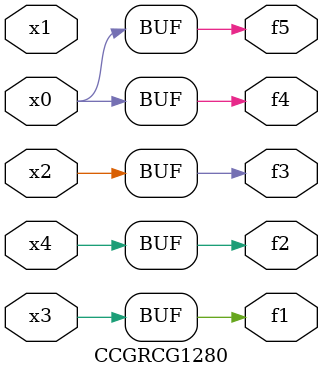
<source format=v>
module CCGRCG1280(
	input x0, x1, x2, x3, x4,
	output f1, f2, f3, f4, f5
);
	assign f1 = x3;
	assign f2 = x4;
	assign f3 = x2;
	assign f4 = x0;
	assign f5 = x0;
endmodule

</source>
